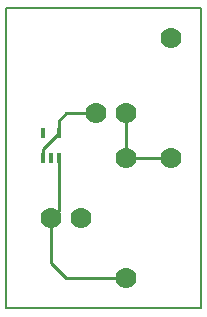
<source format=gbr>
G04 PROTEUS GERBER X2 FILE*
%TF.GenerationSoftware,Labcenter,Proteus,8.5-SP0-Build22067*%
%TF.CreationDate,2020-12-07T21:36:56+00:00*%
%TF.FileFunction,Copper,L1,Top*%
%TF.FilePolarity,Positive*%
%TF.Part,Single*%
%FSLAX45Y45*%
%MOMM*%
G01*
%TA.AperFunction,Conductor*%
%ADD10C,0.254000*%
%TA.AperFunction,ComponentPad*%
%ADD11C,1.778000*%
%TA.AperFunction,SMDPad,CuDef*%
%ADD12R,0.406400X0.838200*%
%TA.AperFunction,Profile*%
%ADD13C,0.203200*%
D10*
X-3237000Y+889000D02*
X-3237000Y+446000D01*
X-3302000Y+381000D01*
X-3367000Y+889000D02*
X-3367000Y+969000D01*
X-3237000Y+1099000D01*
X-2667000Y+889000D02*
X-2286000Y+889000D01*
X-2667000Y+1270000D02*
X-2667000Y+889000D01*
X-3302000Y+381000D02*
X-3302000Y+0D01*
X-3175000Y-127000D01*
X-2667000Y-127000D01*
X-3237000Y+1099000D02*
X-3237000Y+1208000D01*
X-3175000Y+1270000D01*
X-2921000Y+1270000D01*
D11*
X-2921000Y+1270000D03*
X-2667000Y+1270000D03*
X-3302000Y+381000D03*
X-3048000Y+381000D03*
X-2286000Y+1905000D03*
X-2286000Y+889000D03*
X-2667000Y+889000D03*
X-2667000Y-127000D03*
D12*
X-3367000Y+889000D03*
X-3302000Y+889000D03*
X-3237000Y+889000D03*
X-3237000Y+1099000D03*
X-3367000Y+1099000D03*
D13*
X-3683000Y-381000D02*
X-2032000Y-381000D01*
X-2032000Y+2159000D01*
X-3683000Y+2159000D01*
X-3683000Y-381000D01*
M02*

</source>
